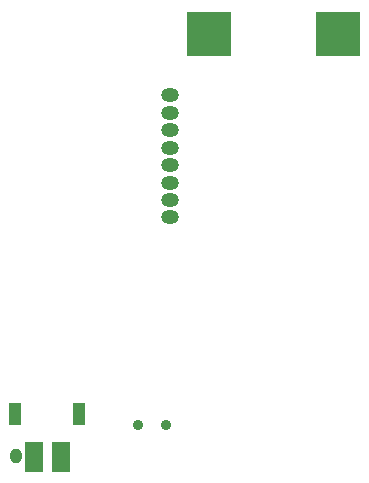
<source format=gbp>
G04*
G04 #@! TF.GenerationSoftware,Altium Limited,Altium Designer,19.1.5 (86)*
G04*
G04 Layer_Color=128*
%FSLAX25Y25*%
%MOIN*%
G70*
G01*
G75*
%ADD90R,0.05906X0.09843*%
%ADD91R,0.04331X0.07480*%
%ADD92O,0.05906X0.04724*%
%ADD93O,0.04000X0.05000*%
%ADD94C,0.03500*%
%ADD95R,0.15000X0.15000*%
D90*
X26972Y15535D02*
D03*
X36028D02*
D03*
D91*
X20870Y29709D02*
D03*
X42130D02*
D03*
D92*
X72500Y124371D02*
D03*
Y118557D02*
D03*
Y130186D02*
D03*
Y136000D02*
D03*
Y112743D02*
D03*
Y106929D02*
D03*
Y101114D02*
D03*
Y95300D02*
D03*
D93*
X21100Y15700D02*
D03*
D94*
X61626Y26000D02*
D03*
X71075D02*
D03*
D95*
X85500Y156500D02*
D03*
X128500D02*
D03*
M02*

</source>
